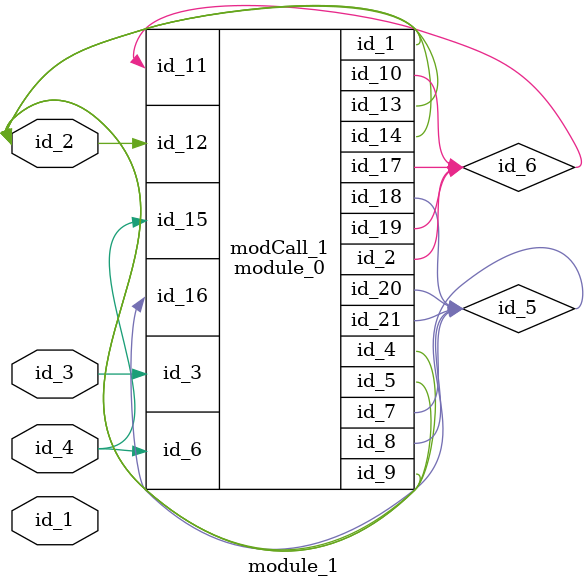
<source format=v>
module module_0 (
    id_1,
    id_2,
    id_3,
    id_4,
    id_5,
    id_6,
    id_7,
    id_8,
    id_9,
    id_10,
    id_11,
    id_12,
    id_13,
    id_14,
    id_15,
    id_16,
    id_17,
    id_18,
    id_19,
    id_20,
    id_21
);
  inout wire id_21;
  inout wire id_20;
  output wire id_19;
  output wire id_18;
  inout wire id_17;
  input wire id_16;
  input wire id_15;
  inout wire id_14;
  inout tri id_13;
  input wire id_12;
  input wire id_11;
  output wire id_10;
  output wire id_9;
  output wire id_8;
  inout wire id_7;
  input wire id_6;
  inout wire id_5;
  inout wire id_4;
  input wire id_3;
  output wire id_2;
  output wire id_1;
  assign id_13 = -1'b0;
  assign id_1  = 1;
endmodule
module module_1 (
    id_1,
    id_2,
    id_3,
    id_4
);
  input wire id_4;
  input wire id_3;
  inout wire id_2;
  input wire id_1;
  wire id_5;
  ;
  wire [1 : 1] id_6;
  module_0 modCall_1 (
      id_2,
      id_6,
      id_3,
      id_2,
      id_2,
      id_4,
      id_5,
      id_5,
      id_2,
      id_6,
      id_6,
      id_2,
      id_2,
      id_2,
      id_4,
      id_5,
      id_6,
      id_5,
      id_6,
      id_5,
      id_5
  );
  wire id_7;
endmodule

</source>
